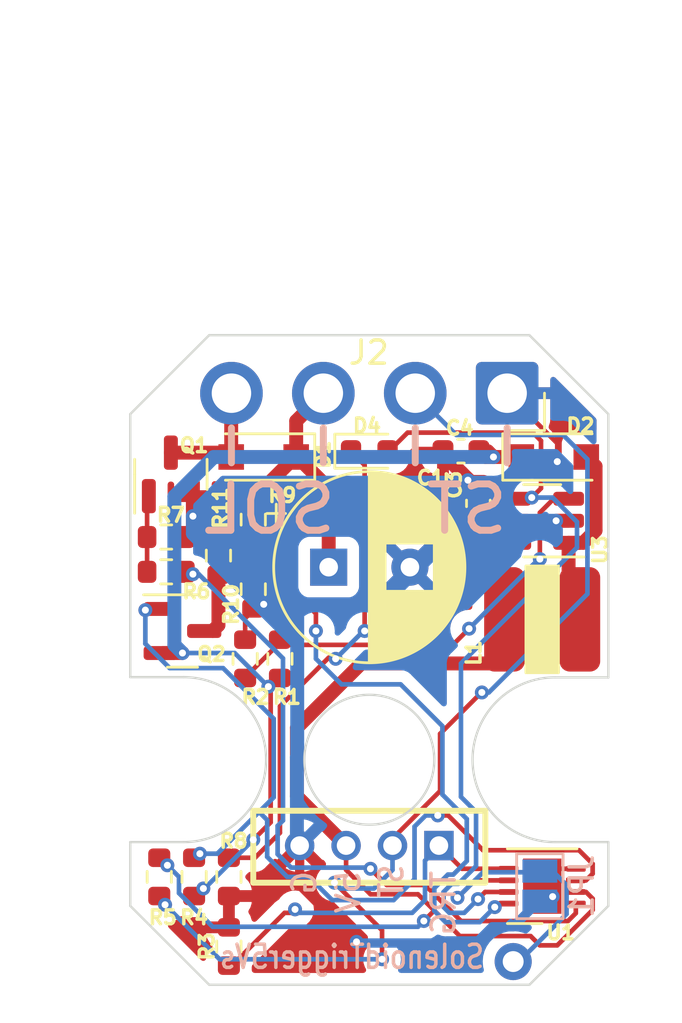
<source format=kicad_pcb>
(kicad_pcb (version 20211014) (generator pcbnew)
  (layers (0 "F.Cu" signal) (31 "B.Cu" signal) (34 "B.Paste" user) (35 "F.Paste" user) (36 "B.SilkS" user "B.Silkscreen") (37 "F.SilkS" user "F.Silkscreen") (38 "B.Mask" user) (39 "F.Mask" user) (44 "Edge.Cuts" user))
  (net 0 "")
  (net 1 "GND")
  (net 2 "+5V")
  (net 3 "Vdrive")
  (net 4 "/UDM")
  (net 5 "/UDP")
  (net 6 "Net-(D1-Pad2)")
  (net 7 "Net-(D2-Pad2)")
  (net 8 "Net-(D4-Pad1)")
  (net 9 "Net-(Q1-Pad1)")
  (net 10 "Net-(C1-Pad1)")
  (net 11 "/ST")
  (net 12 "Net-(R1-Pad1)")
  (net 13 "/CHG")
  (net 14 "/LOAD")
  (net 15 "/ADC")
  (net 16 "/PMC_EN")
  (net 17 "Net-(Q2-Pad3)")
  (footprint "Package_TO_SOT_SMD:SOT-23" (layer "F.Cu") (at 1.75 6 90)
    (fp_text reference "Q1" (at 1.25 1) (layer "F.SilkS") (effects (font (size 0.6 0.6))))
    (fp_text value "TR_NMOS_IRLML6344")
    (pad "1" smd roundrect locked (at -0.9375 -0.95 90) (size 1.475 0.6) (layers "F.Cu" "F.Paste" "F.Mask") (net 9 "Net-(Q1-Pad1)"))
    (pad "2" smd roundrect locked (at -0.9375 0.95 90) (size 1.475 0.6) (layers "F.Cu" "F.Paste" "F.Mask") (net 1 "GND"))
    (pad "3" smd roundrect locked (at 0.9375 0 90) (size 1.475 0.6) (layers "F.Cu" "F.Paste" "F.Mask") (net 6 "Net-(D1-Pad2)"))
  )
  (footprint "akita:CON_GROVE_H" (layer "F.Cu") (at 10.3 22 180)
    (fp_text reference "CN1" hide)
    (fp_text value "CON_GROVE" hide)
    (pad "1" thru_hole rect (at -3 0 180) (size 1.27 1.27) (drill 0.8) (layers *.Cu *.Mask) (net 4 "/UDM"))
    (pad "2" thru_hole circle (at -1 0 180) (size 1.27 1.27) (drill 0.8) (layers *.Cu *.Mask) (net 11 "/ST"))
    (pad "3" thru_hole circle (at 1 0 180) (size 1.27 1.27) (drill 0.8) (layers *.Cu *.Mask) (net 2 "+5V"))
    (pad "4" thru_hole circle (at 3 0 180) (size 1.27 1.27) (drill 0.8) (layers *.Cu *.Mask) (net 1 "GND"))
  )
  (footprint "Resistor_SMD:R_0603_1608Metric" (layer "F.Cu") (at 3.8 9.5 90)
    (fp_text reference "R11" (at 2.05 0.1 90) (layer "F.SilkS") (effects (font (size 0.6 0.6))))
    (fp_text value "TBD(470?)")
    (pad "1" smd roundrect locked (at -0.825 0 90) (size 0.8 0.95) (layers "F.Cu" "F.Paste" "F.Mask") (net 17 "Net-(Q2-Pad3)"))
    (pad "2" smd roundrect locked (at 0.825 0 90) (size 0.8 0.95) (layers "F.Cu" "F.Paste" "F.Mask") (net 10 "Net-(C1-Pad1)"))
  )
  (footprint "Resistor_SMD:R_0603_1608Metric" (layer "F.Cu") (at 4.25 23.35 90)
    (fp_text reference "R8" (at 1.55 0.2) (layer "F.SilkS") (effects (font (size 0.6 0.6))))
    (fp_text value "1k")
    (pad "1" smd roundrect (at -0.825 0 90) (size 0.8 0.95) (layers "F.Cu" "F.Paste" "F.Mask") (net 1 "GND"))
    (pad "2" smd roundrect (at 0.825 0 90) (size 0.8 0.95) (layers "F.Cu" "F.Paste" "F.Mask") (net 8 "Net-(D4-Pad1)"))
  )
  (footprint "Capacitor_THT:CP_Radial_D8.0mm_P3.50mm" (layer "F.Cu") (at 8.55 10)
    (fp_text reference "C1" (at 4.4 -3.85) (layer "F.SilkS") (effects (font (size 0.6 0.6))))
    (fp_text value "C_Polarized")
    (pad "1" thru_hole rect (at 0 0) (size 1.6 1.6) (drill 0.8) (layers *.Cu *.Mask) (net 10 "Net-(C1-Pad1)"))
    (pad "2" thru_hole circle (at 3.5 0) (size 1.6 1.6) (drill 0.8) (layers *.Cu *.Mask) (net 1 "GND"))
  )
  (footprint "Resistor_SMD:R_0603_1608Metric" (layer "F.Cu") (at 2.75 23.35 90)
    (fp_text reference "R4" (at -1.75 0 180) (layer "F.SilkS") (effects (font (size 0.6 0.6))))
    (fp_text value "100k")
    (pad "1" smd roundrect locked (at -0.825 0 90) (size 0.8 0.95) (layers "F.Cu" "F.Paste" "F.Mask") (net 3 "Vdrive"))
    (pad "2" smd roundrect locked (at 0.825 0 90) (size 0.8 0.95) (layers "F.Cu" "F.Paste" "F.Mask") (net 13 "/CHG"))
  )
  (footprint "LED_SMD:LED_0603_1608Metric" (layer "F.Cu") (at 10.3 5)
    (fp_text reference "D4" (at -0.1 -1.1 180) (layer "F.SilkS") (effects (font (size 0.6 0.6))))
    (fp_text value "LED")
    (pad "1" smd roundrect locked (at -0.7875 0) (size 0.875 0.95) (layers "F.Cu" "F.Paste" "F.Mask") (net 8 "Net-(D4-Pad1)"))
    (pad "2" smd roundrect locked (at 0.7875 0) (size 0.875 0.95) (layers "F.Cu" "F.Paste" "F.Mask") (net 16 "/PMC_EN"))
  )
  (footprint "Diode_SMD:D_SOD-123F" (layer "F.Cu") (at 18.25 5.25)
    (fp_text reference "D2" (at 1.15 -1.35 180) (layer "F.SilkS") (effects (font (size 0.6 0.6))))
    (fp_text value "D")
    (pad "1" smd rect locked (at -1.4 0) (size 1.1 1.1) (layers "F.Cu" "F.Paste" "F.Mask") (net 3 "Vdrive"))
    (pad "2" smd rect locked (at 1.4 0) (size 1.1 1.1) (layers "F.Cu" "F.Paste" "F.Mask") (net 7 "Net-(D2-Pad2)"))
  )
  (footprint "Resistor_SMD:R_0603_1608Metric" (layer "F.Cu") (at 6.45 13.95 -90)
    (fp_text reference "R1" (at 1.65 -0.3 180) (layer "F.SilkS") (effects (font (size 0.6 0.6))))
    (fp_text value "39k")
    (pad "1" smd roundrect locked (at -0.825 0 270) (size 0.8 0.95) (layers "F.Cu" "F.Paste" "F.Mask") (net 12 "Net-(R1-Pad1)"))
    (pad "2" smd roundrect locked (at 0.825 0 270) (size 0.8 0.95) (layers "F.Cu" "F.Paste" "F.Mask") (net 3 "Vdrive"))
  )
  (footprint "Connector_JST:JST_VH_B4PS-VH_1x04_P3.96mm_Horizontal" (layer "F.Cu") (at 16.24 2.5 180)
    (fp_text reference "J2" (at 5.96 1.75 180) (layer "F.SilkS"))
    (fp_text value "Conn_01x04")
    (pad "1" thru_hole roundrect (at 0 0 180) (size 2.7 2.7) (drill 1.7) (layers *.Cu *.Mask) (roundrect_rratio 0.092593) (net 1 "GND"))
    (pad "2" thru_hole circle (at 3.96 0 180) (size 2.7 2.7) (drill 1.7) (layers *.Cu *.Mask) (net 11 "/ST"))
    (pad "3" thru_hole circle (at 7.92 0 180) (size 2.7 2.7) (drill 1.7) (layers *.Cu *.Mask) (net 10 "Net-(C1-Pad1)"))
    (pad "4" thru_hole circle (at 11.88 0 180) (size 2.7 2.7) (drill 1.7) (layers *.Cu *.Mask) (net 6 "Net-(D1-Pad2)"))
  )
  (footprint "Resistor_SMD:R_0603_1608Metric" (layer "F.Cu") (at 1.25 23.35 -90)
    (fp_text reference "R5" (at 1.75 -0.15) (layer "F.SilkS") (effects (font (size 0.6 0.6))))
    (fp_text value "1k")
    (pad "1" smd roundrect locked (at -0.825 0 270) (size 0.8 0.95) (layers "F.Cu" "F.Paste" "F.Mask") (net 2 "+5V"))
    (pad "2" smd roundrect locked (at 0.825 0 270) (size 0.8 0.95) (layers "F.Cu" "F.Paste" "F.Mask") (net 11 "/ST"))
  )
  (footprint "Resistor_SMD:R_0603_1608Metric" (layer "F.Cu") (at 5.3 10.95 90)
    (fp_text reference "R10" (at -0.65 -0.95 270) (layer "F.SilkS") (effects (font (size 0.6 0.6))))
    (fp_text value "100k")
    (pad "1" smd roundrect locked (at -0.825 0 90) (size 0.8 0.95) (layers "F.Cu" "F.Paste" "F.Mask") (net 1 "GND"))
    (pad "2" smd roundrect locked (at 0.825 0 90) (size 0.8 0.95) (layers "F.Cu" "F.Paste" "F.Mask") (net 15 "/ADC"))
  )
  (footprint "Resistor_SMD:R_0603_1608Metric" (layer "F.Cu") (at 5.3 7.95 90)
    (fp_text reference "R9" (at 1.05 1.25 180) (layer "F.SilkS") (effects (font (size 0.6 0.6))))
    (fp_text value "300k")
    (pad "1" smd roundrect locked (at -0.825 0 90) (size 0.8 0.95) (layers "F.Cu" "F.Paste" "F.Mask") (net 15 "/ADC"))
    (pad "2" smd roundrect locked (at 0.825 0 90) (size 0.8 0.95) (layers "F.Cu" "F.Paste" "F.Mask") (net 10 "Net-(C1-Pad1)"))
  )
  (footprint "Resistor_SMD:R_0603_1608Metric" (layer "F.Cu") (at 4.25 26.35 90)
    (fp_text reference "R3" (at 0 -0.95 270) (layer "F.SilkS") (effects (font (size 0.6 0.6))))
    (fp_text value "10k")
    (pad "1" smd roundrect locked (at -0.825 0 90) (size 0.8 0.95) (layers "F.Cu" "F.Paste" "F.Mask") (net 4 "/UDM"))
    (pad "2" smd roundrect locked (at 0.825 0 90) (size 0.8 0.95) (layers "F.Cu" "F.Paste" "F.Mask") (net 1 "GND"))
  )
  (footprint "Package_DFN_QFN:DFN-8-1EP_3x3mm_P0.5mm_EP1.65x2.38mm" (layer "F.Cu") (at 17.75 23.75 180)
    (fp_text reference "U1" (at -0.8 -2 180) (layer "F.SilkS") (effects (font (size 0.6 0.6))))
    (fp_text value "MCU_STC8G-8P")
    (pad "1" smd roundrect locked (at -1.45 -0.75 180) (size 0.85 0.25) (layers "F.Cu" "F.Paste" "F.Mask") (net 14 "/LOAD"))
    (pad "2" smd roundrect locked (at -1.45 -0.25 180) (size 0.85 0.25) (layers "F.Cu" "F.Paste" "F.Mask") (net 2 "+5V"))
    (pad "3" smd roundrect locked (at -1.45 0.25 180) (size 0.85 0.25) (layers "F.Cu" "F.Paste" "F.Mask") (net 13 "/CHG"))
    (pad "4" smd roundrect locked (at -1.45 0.75 180) (size 0.85 0.25) (layers "F.Cu" "F.Paste" "F.Mask") (net 1 "GND"))
    (pad "5" smd roundrect locked (at 1.45 0.75 180) (size 0.85 0.25) (layers "F.Cu" "F.Paste" "F.Mask") (net 4 "/UDM"))
    (pad "6" smd roundrect locked (at 1.45 0.25 180) (size 0.85 0.25) (layers "F.Cu" "F.Paste" "F.Mask") (net 5 "/UDP"))
    (pad "7" smd roundrect locked (at 1.45 -0.25 180) (size 0.85 0.25) (layers "F.Cu" "F.Paste" "F.Mask") (net 16 "/PMC_EN"))
    (pad "8" smd roundrect locked (at 1.45 -0.75 180) (size 0.85 0.25) (layers "F.Cu" "F.Paste" "F.Mask") (net 15 "/ADC"))
    (pad "9" smd rect locked (at 0 0 180) (size 1.65 2.38) (layers "F.Cu" "F.Mask") (net 1 "GND"))
  )
  (footprint "Capacitor_SMD:C_0603_1608Metric" (layer "F.Cu") (at 15 7.25 90)
    (fp_text reference "C3" (at 0.8 -1.05 90) (layer "F.SilkS") (effects (font (size 0.6 0.6))))
    (fp_text value "10u")
    (pad "1" smd roundrect locked (at -0.775 0 90) (size 0.9 0.95) (layers "F.Cu" "F.Paste" "F.Mask") (net 2 "+5V"))
    (pad "2" smd roundrect locked (at 0.775 0 90) (size 0.9 0.95) (layers "F.Cu" "F.Paste" "F.Mask") (net 1 "GND"))
  )
  (footprint "Capacitor_SMD:C_0603_1608Metric" (layer "F.Cu") (at 14.25 5 180)
    (fp_text reference "C4" (at 0.05 1) (layer "F.SilkS") (effects (font (size 0.6 0.6))))
    (fp_text value "4.7u")
    (pad "1" smd roundrect locked (at -0.775 0 180) (size 0.9 0.95) (layers "F.Cu" "F.Paste" "F.Mask") (net 3 "Vdrive"))
    (pad "2" smd roundrect locked (at 0.775 0 180) (size 0.9 0.95) (layers "F.Cu" "F.Paste" "F.Mask") (net 1 "GND"))
  )
  (footprint "akita:1p_TH" (layer "F.Cu") (at 16.5 27)
    (fp_text reference "J1" hide)
    (fp_text value "Conn_01x01" hide)
    (pad "1" thru_hole circle (at 0 0) (size 1.6 1.6) (drill 0.9) (layers *.Cu *.Mask) (net 5 "/UDP"))
  )
  (footprint "akita:L_CD43" (layer "F.Cu") (at 17.75 12.25 -90)
    (fp_text reference "L1" (at 1.45 2.95 90 unlocked) (layer "F.SilkS") (effects (font (size 0.6 0.6))))
    (fp_text value "10u")
    (pad "1" smd roundrect (at 0 1.625 270) (size 4.5 1.75) (layers "F.Cu" "F.Paste" "F.Mask") (net 2 "+5V"))
    (pad "2" smd roundrect (at 0 -1.625 270) (size 4.5 1.75) (layers "F.Cu" "F.Paste" "F.Mask") (net 7 "Net-(D2-Pad2)"))
  )
  (footprint "Resistor_SMD:R_0603_1608Metric" (layer "F.Cu") (at 1.55 8.7 180)
    (fp_text reference "R7" (at -0.2 0.95) (layer "F.SilkS") (effects (font (size 0.6 0.6))))
    (fp_text value "10k")
    (pad "1" smd roundrect (at -0.825 0 180) (size 0.8 0.95) (layers "F.Cu" "F.Paste" "F.Mask") (net 1 "GND"))
    (pad "2" smd roundrect (at 0.825 0 180) (size 0.8 0.95) (layers "F.Cu" "F.Paste" "F.Mask") (net 9 "Net-(Q1-Pad1)"))
  )
  (footprint "Package_TO_SOT_SMD:SOT-23-6" (layer "F.Cu") (at 17.75 8 180)
    (fp_text reference "U3" (at -2.5 -1.25 90) (layer "F.SilkS") (effects (font (size 0.6 0.6))))
    (fp_text value "AP2005")
    (pad "1" smd roundrect locked (at -1.1375 -0.95 180) (size 1.325 0.6) (layers "F.Cu" "F.Paste" "F.Mask") (net 7 "Net-(D2-Pad2)"))
    (pad "2" smd roundrect locked (at -1.1375 0 180) (size 1.325 0.6) (layers "F.Cu" "F.Paste" "F.Mask") (net 1 "GND"))
    (pad "3" smd roundrect locked (at -1.1375 0.95 180) (size 1.325 0.6) (layers "F.Cu" "F.Paste" "F.Mask") (net 12 "Net-(R1-Pad1)"))
    (pad "4" smd roundrect locked (at 1.1375 0.95 180) (size 1.325 0.6) (layers "F.Cu" "F.Paste" "F.Mask") (net 16 "/PMC_EN"))
    (pad "5" smd roundrect locked (at 1.1375 0 180) (size 1.325 0.6) (layers "F.Cu" "F.Paste" "F.Mask") (net 2 "+5V"))
    (pad "6" smd roundrect locked (at 1.1375 -0.95 180) (size 1.325 0.6) (layers "F.Cu" "F.Paste" "F.Mask"))
  )
  (footprint "Resistor_SMD:R_0603_1608Metric" (layer "F.Cu") (at 4.95 13.95 -90)
    (fp_text reference "R2" (at 1.65 -0.45) (layer "F.SilkS") (effects (font (size 0.6 0.6))))
    (fp_text value "10k")
    (pad "1" smd roundrect locked (at -0.825 0 270) (size 0.8 0.95) (layers "F.Cu" "F.Paste" "F.Mask") (net 1 "GND"))
    (pad "2" smd roundrect locked (at 0.825 0 270) (size 0.8 0.95) (layers "F.Cu" "F.Paste" "F.Mask") (net 12 "Net-(R1-Pad1)"))
  )
  (footprint "Diode_SMD:D_SOD-123F" (layer "F.Cu") (at 5.75 5.25 180)
    (fp_text reference "D1" (at -2.55 0.1 90) (layer "F.SilkS") (effects (font (size 0.6 0.6))))
    (fp_text value "D")
    (pad "1" smd rect locked (at -1.4 0 180) (size 1.1 1.1) (layers "F.Cu" "F.Paste" "F.Mask") (net 10 "Net-(C1-Pad1)"))
    (pad "2" smd rect locked (at 1.4 0 180) (size 1.1 1.1) (layers "F.Cu" "F.Paste" "F.Mask") (net 6 "Net-(D1-Pad2)"))
  )
  (footprint "Package_TO_SOT_SMD:SOT-23" (layer "F.Cu") (at 2.25 12.75)
    (fp_text reference "Q2" (at 1.25 1) (layer "F.SilkS") (effects (font (size 0.6 0.6))))
    (fp_text value "TR_PMOS_IRLML6402")
    (pad "1" smd roundrect (at -0.9375 -0.95) (size 1.475 0.6) (layers "F.Cu" "F.Paste" "F.Mask") (net 13 "/CHG"))
    (pad "2" smd roundrect (at -0.9375 0.95) (size 1.475 0.6) (layers "F.Cu" "F.Paste" "F.Mask") (net 3 "Vdrive"))
    (pad "3" smd roundrect (at 0.9375 0) (size 1.475 0.6) (layers "F.Cu" "F.Paste" "F.Mask") (net 17 "Net-(Q2-Pad3)"))
  )
  (footprint "Resistor_SMD:R_0603_1608Metric" (layer "F.Cu") (at 1.55 10.2 180)
    (fp_text reference "R6" (at -1.3 -0.85) (layer "F.SilkS") (effects (font (size 0.6 0.6))))
    (fp_text value "1k")
    (pad "1" smd roundrect locked (at -0.825 0 180) (size 0.8 0.95) (layers "F.Cu" "F.Paste" "F.Mask") (net 14 "/LOAD"))
    (pad "2" smd roundrect locked (at 0.825 0 180) (size 0.8 0.95) (layers "F.Cu" "F.Paste" "F.Mask") (net 9 "Net-(Q1-Pad1)"))
  )
  (footprint "Jumper:SolderJumper-2_P1.3mm_Open_Pad1.0x1.5mm" (layer "B.Cu") (at 17.65 23.75 90)
    (fp_text reference "JP1" (at 0 1.8 90) (layer "B.SilkS") (effects (justify mirror)))
    (fp_text value "Jumper_2_Open")
    (pad "1" smd rect locked (at -0.65 0 90) (size 1 1.5) (layers "B.Cu" "B.Mask") (net 1 "GND"))
    (pad "2" smd rect locked (at 0.65 0 90) (size 1 1.5) (layers "B.Cu" "B.Mask") (net 5 "/UDP"))
  )
  (gr_line (start 12.28 4) (end 12.28 5.5) (layer "B.SilkS") (width 0.3))
  (gr_line (start 16.24 4) (end 16.24 5.5) (layer "B.SilkS") (width 0.3))
  (gr_line (start 8.32 4) (end 8.32 5.5) (layer "B.SilkS") (width 0.3))
  (gr_line (start 4.36 4) (end 4.36 5.5) (layer "B.SilkS") (width 0.3))
  (gr_line (start 0 24.6) (end 0 21.85) (layer "Edge.Cuts") (width 0.1))
  (gr_line (start 0 14.74) (end 2.3 14.74) (layer "Edge.Cuts") (width 0.1))
  (gr_circle (center 10.3 18.3) (end 13.1 18.3) (layer "Edge.Cuts") (width 0.1) (fill none))
  (gr_line (start 20.6 21.85) (end 20.6 24.6) (layer "Edge.Cuts") (width 0.1))
  (gr_line (start 3.4 0) (end 17.2 0) (layer "Edge.Cuts") (width 0.1))
  (gr_line (start 0 3.4) (end 3.4 0) (layer "Edge.Cuts") (width 0.1))
  (gr_line (start 0 14.74) (end 0 3.4) (layer "Edge.Cuts") (width 0.1))
  (gr_line (start 0 24.6) (end 3.4 28) (layer "Edge.Cuts") (width 0.1))
  (gr_line (start 3.4 28) (end 17.2 28) (layer "Edge.Cuts") (width 0.1))
  (gr_line (start 20.6 3.4) (end 17.2 0) (layer "Edge.Cuts") (width 0.1))
  (gr_arc (start 2.3 14.74) (mid 5.855 18.295) (end 2.3 21.85) (layer "Edge.Cuts") (width 0.1))
  (gr_line (start 18.3 21.85) (end 20.6 21.85) (layer "Edge.Cuts") (width 0.1))
  (gr_line (start 18.3 14.75) (end 20.6 14.75) (layer "Edge.Cuts") (width 0.1))
  (gr_line (start 20.6 14.76) (end 20.6 3.4) (layer "Edge.Cuts") (width 0.1))
  (gr_line (start 17.2 28) (end 20.6 24.6) (layer "Edge.Cuts") (width 0.1))
  (gr_arc (start 18.3 21.85) (mid 14.75 18.3) (end 18.3 14.75) (layer "Edge.Cuts") (width 0.1))
  (gr_line (start 0 21.85) (end 2.3 21.85) (layer "Edge.Cuts") (width 0.1))
  (gr_text "5V" (at 9.4 23 90) (layer "B.SilkS") (effects (font (size 1 1)) (justify left mirror)))
  (gr_text "G" (at 7.5 23 90) (layer "B.SilkS") (effects (font (size 1 1)) (justify left mirror)))
  (gr_text "ST" (at 14.5 7.5) (layer "B.SilkS") (effects (font (size 2 2) (thickness 0.3)) (justify mirror)))
  (gr_text "ST" (at 11.25 22.75 90) (layer "B.SilkS") (effects (font (size 1 0.8)) (justify left mirror)))
  (gr_text "SolenoidTrigger5Vs\n\n" (at 9.55 27.6) (layer "B.SilkS") (effects (font (size 1 0.8)) (justify mirror)))
  (gr_text "SOL" (at 6 7.5) (layer "B.SilkS") (effects (font (size 2 2) (thickness 0.3)) (justify mirror)))
  (gr_text "TRG" (at 13.5 23 90) (layer "B.SilkS") (effects (font (size 1 1)) (justify left mirror)))
  (segment (start 13.475 5.125) (end 14.275 5.925) (width 0.6) (layer "F.Cu") (net 1))
  (segment (start 18.8875 8) (end 18.35 8) (width 0.6) (layer "F.Cu") (net 1))
  (segment (start 14.275 5.925) (end 14.95 6.6) (width 0.6) (layer "F.Cu") (net 1))
  (segment (start 18.4 4.66) (end 18.4 5.45) (width 0.2) (layer "F.Cu") (net 1))
  (segment (start 4.95 13.1) (end 4.95 12.2) (width 0.2) (layer "F.Cu") (net 1))
  (segment (start 9.75 26.15) (end 7.3 23.7) (width 0.4) (layer "F.Cu") (net 1))
  (segment (start 2.7 6.9375) (end 2.7 8.45) (width 0.6) (layer "F.Cu") (net 1))
  (segment (start 7.3 23.7) (end 7.3 22) (width 0.4) (layer "F.Cu") (net 1))
  (segment (start 14.55 6.2) (end 14.55 6.25) (width 0.6) (layer "F.Cu") (net 1))
  (segment (start 19.2 23) (end 18 23) (width 0.2) (layer "F.Cu") (net 1))
  (segment (start 13.475 5) (end 13.475 5.125) (width 0.6) (layer "F.Cu") (net 1))
  (segment (start 5.55 11.6) (end 5.4 11.75) (width 0.2) (layer "F.Cu") (net 1))
  (segment (start 4.25 24.175) (end 4.25 25.55) (width 0.2) (layer "F.Cu") (net 1))
  (segment (start 16.24 2.5) (end 18.4 4.66) (width 0.2) (layer "F.Cu") (net 1))
  (segment (start 5.225 24.175) (end 7.35 22.05) (width 0.2) (layer "F.Cu") (net 1))
  (segment (start 14.275 5.925) (end 14.55 6.2) (width 0.6) (layer "F.Cu") (net 1))
  (segment (start 5.75 11.6) (end 5.55 11.6) (width 0.2) (layer "F.Cu") (net 1))
  (segment (start 4.95 12.2) (end 5.35 11.8) (width 0.2) (layer "F.Cu") (net 1))
  (segment (start 4.25 24.175) (end 5.225 24.175) (width 0.2) (layer "F.Cu") (net 1))
  (segment (start 18 23) (end 17.65 23.35) (width 0.2) (layer "F.Cu") (net 1))
  (via (at 18.4 5.45) (size 0.6) (drill 0.3) (layers "F.Cu" "B.Cu") (net 1))
  (via (at 9.75 26.15) (size 0.6) (drill 0.3) (layers "F.Cu" "B.Cu") (net 1))
  (via (at 18.35 8) (size 0.6) (drill 0.3) (layers "F.Cu" "B.Cu") (net 1))
  (via (at 2.7 7.8) (size 0.6) (drill 0.3) (layers "F.Cu" "B.Cu") (net 1))
  (via (at 5.75 11.6) (size 0.6) (drill 0.3) (layers "F.Cu" "B.Cu") (net 1))
  (via (at 18.2 24.2) (size 0.6) (drill 0.3) (layers "F.Cu" "B.Cu") (net 1))
  (via (at 14.55 6.25) (size 0.6) (drill 0.3) (layers "F.Cu" "B.Cu") (net 1))
  (segment (start 14.9 26.2) (end 15.6 25.5) (width 0.4) (layer "B.Cu") (net 1))
  (segment (start 7.3 22) (end 7.180966 21.880966) (width 0.6) (layer "B.Cu") (net 1))
  (segment (start 16.5 25.5) (end 17.65 24.35) (width 0.4) (layer "B.Cu") (net 1))
  (segment (start 7.194912 11.644912) (end 7.15 11.6) (width 0.6) (layer "B.Cu") (net 1))
  (segment (start 18 24.4) (end 18.2 24.2) (width 0.4) (layer "B.Cu") (net 1))
  (segment (start 17.65 24.4) (end 18 24.4) (width 0.4) (layer "B.Cu") (net 1))
  (segment (start 7.194912 18.174649) (end 7.194912 11.644912) (width 0.6) (layer "B.Cu") (net 1))
  (segment (start 14.65 6.35) (end 14.55 6.25) (width 0.2) (layer "B.Cu") (net 1))
  (segment (start 9.75 26.15) (end 9.8 26.2) (width 0.4) (layer "B.Cu") (net 1))
  (segment (start 2.7 8.55) (end 5.75 11.6) (width 0.6) (layer "B.Cu") (net 1))
  (segment (start 15.8 6.35) (end 14.65 6.35) (width 0.2) (layer "B.Cu") (net 1))
  (segment (start 18.35 8) (end 14.4 8) (width 0.6) (layer "B.Cu") (net 1))
  (segment (start 2.7 7.8) (end 2.7 8.55) (width 0.6) (layer "B.Cu") (net 1))
  (segment (start 5.75 11.6) (end 10.8 11.6) (width 0.6) (layer "B.Cu") (net 1))
  (segment (start 7.180966 21.880966) (end 7.180966 18.190354) (width 0.6) (layer "B.Cu") (net 1))
  (segment (start 14.55 6.25) (end 14.4 6.4) (width 0.6) (layer "B.Cu") (net 1))
  (segment (start 9.8 26.2) (end 14.9 26.2) (width 0.4) (layer "B.Cu") (net 1))
  (segment (start 15.6 25.5) (end 16.5 25.5) (width 0.4) (layer "B.Cu") (net 1))
  (segment (start 10.8 11.6) (end 14.4 8) (width 0.6) (layer "B.Cu") (net 1))
  (segment (start 16.7 5.45) (end 15.8 6.35) (width 0.2) (layer "B.Cu") (net 1))
  (segment (start 18.4 5.45) (end 16.7 5.45) (width 0.2) (layer "B.Cu") (net 1))
  (segment (start 14.4 6.4) (end 14.4 8) (width 0.6) (layer "B.Cu") (net 1))
  (segment (start 7.180966 18.190354) (end 7.194912 18.174649) (width 0.6) (layer "B.Cu") (net 1))
  (segment (start 15 8.025) (end 15 9.9) (width 0.6) (layer "F.Cu") (net 2))
  (segment (start 19.2 24) (end 19.636973 24) (width 0.2) (layer "F.Cu") (net 2))
  (segment (start 1.275 22.525) (end 1.6 22.85) (width 0.2) (layer "F.Cu") (net 2))
  (segment (start 9.95 14.15) (end 15.95 14.15) (width 0.6) (layer "F.Cu") (net 2))
  (segment (start 19.636973 24) (end 19.92452 24.287547) (width 0.2) (layer "F.Cu") (net 2))
  (segment (start 14.2 25.9) (end 12.39952 24.09952) (width 0.2) (layer "F.Cu") (net 2))
  (segment (start 1.25 22.525) (end 1.275 22.525) (width 0.2) (layer "F.Cu") (net 2))
  (segment (start 7.180966 19.880966) (end 7.180966 16.919034) (width 0.6) (layer "F.Cu") (net 2))
  (segment (start 17.25 25.9) (end 14.2 25.9) (width 0.2) (layer "F.Cu") (net 2))
  (segment (start 16.6125 8) (end 15.05 8) (width 0.6) (layer "F.Cu") (net 2))
  (segment (start 12.39952 24.09952) (end 10.351682 24.09952) (width 0.2) (layer "F.Cu") (net 2))
  (segment (start 9.3 22) (end 7.180966 19.880966) (width 0.6) (layer "F.Cu") (net 2))
  (segment (start 7.180966 16.919034) (end 9.95 14.15) (width 0.6) (layer "F.Cu") (net 2))
  (segment (start 9.3 23.047838) (end 9.3 21.85) (width 0.2) (layer "F.Cu") (net 2))
  (segment (start 17.65 26.3) (end 17.25 25.9) (width 0.2) (layer "F.Cu") (net 2))
  (segment (start 15 9.9) (end 15.8 10.7) (width 0.6) (layer "F.Cu") (net 2))
  (segment (start 15.05 8) (end 15 8.05) (width 0.6) (layer "F.Cu") (net 2))
  (segment (start 19.92452 24.287547) (end 19.92452 24.77548) (width 0.2) (layer "F.Cu") (net 2))
  (segment (start 12.65 25.25) (end 13 24.9) (width 0.2) (layer "F.Cu") (net 2))
  (segment (start 19.92452 24.77548) (end 18.4 26.3) (width 0.2) (layer "F.Cu") (net 2))
  (segment (start 10.351682 24.09952) (end 9.3 23.047838) (width 0.2) (layer "F.Cu") (net 2))
  (segment (start 18.4 26.3) (end 17.65 26.3) (width 0.2) (layer "F.Cu") (net 2))
  (via (at 12.65 25.25) (size 0.6) (drill 0.3) (layers "F.Cu" "B.Cu") (net 2))
  (via (at 1.6 22.85) (size 0.6) (drill 0.3) (layers "F.Cu" "B.Cu") (net 2))
  (segment (start 12.4 25.5) (end 12.65 25.25) (width 0.2) (layer "B.Cu") (net 2))
  (segment (start 1.6 22.85) (end 2.099511 23.349511) (width 0.2) (layer "B.Cu") (net 2))
  (segment (start 9.55048 22.20048) (end 9.35 22) (width 0.2) (layer "B.Cu") (net 2))
  (segment (start 2.099511 23.349511) (end 2.099511 24.049511) (width 0.2) (layer "B.Cu") (net 2))
  (segment (start 2.099511 24.049511) (end 3.55 25.5) (width 0.2) (layer "B.Cu") (net 2))
  (segment (start 8.4 25.5) (end 12.4 25.5) (width 0.2) (layer "B.Cu") (net 2))
  (segment (start 3.55 25.5) (end 8.4 25.5) (width 0.2) (layer "B.Cu") (net 2))
  (segment (start 2.75 24.175) (end 2.825 24.175) (width 0.2) (layer "F.Cu") (net 3))
  (segment (start 6.05 21) (end 5.3 21.75) (width 0.2) (layer "F.Cu") (net 3))
  (segment (start 6.05 15.25) (end 6.05 21) (width 0.2) (layer "F.Cu") (net 3))
  (segment (start 16.85 5.25) (end 15.65 5.25) (width 0.6) (layer "F.Cu") (net 3))
  (segment (start 15.65 5.25) (end 15.3 5.25) (width 0.6) (layer "F.Cu") (net 3))
  (segment (start 2.825 24.175) (end 3.15 23.85) (width 0.2) (layer "F.Cu") (net 3))
  (segment (start 15.3 5.25) (end 15.1 5.05) (width 0.6) (layer "F.Cu") (net 3))
  (segment (start 15.4 5) (end 15.65 5.25) (width 0.6) (layer "F.Cu") (net 3))
  (segment (start 15.025 5) (end 15.4 5) (width 0.6) (layer "F.Cu") (net 3))
  (segment (start 2.25 13.7) (end 1.4 13.7) (width 0.6) (layer "F.Cu") (net 3))
  (segment (start 5.95 15.15) (end 6.05 15.25) (width 0.2) (layer "F.Cu") (net 3))
  (segment (start 5.95 15.15) (end 6.05 15.15) (width 0.2) (layer "F.Cu") (net 3))
  (segment (start 6.05 15.15) (end 6.4 14.8) (width 0.2) (layer "F.Cu") (net 3))
  (via (at 15.65 5.25) (size 0.6) (drill 0.3) (layers "F.Cu" "B.Cu") (net 3))
  (via (at 2.25 13.7) (size 0.6) (drill 0.3) (layers "F.Cu" "B.Cu") (net 3))
  (via (at 5.3 21.75) (size 0.6) (drill 0.3) (layers "F.Cu" "B.Cu") (net 3))
  (via (at 3.15 23.85) (size 0.6) (drill 0.3) (layers "F.Cu" "B.Cu") (net 3))
  (via (at 5.95 15.15) (size 0.6) (drill 0.3) (layers "F.Cu" "B.Cu") (net 3))
  (segment (start 4.5 13.7) (end 2.25 13.7) (width 0.2) (layer "B.Cu") (net 3))
  (segment (start 3.6 5.25) (end 1.900489 6.949511) (width 0.6) (layer "B.Cu") (net 3))
  (segment (start 5.95 15.15) (end 4.5 13.7) (width 0.2) (layer "B.Cu") (net 3))
  (segment (start 1.900489 13.350489) (end 2.25 13.7) (width 0.6) (layer "B.Cu") (net 3))
  (segment (start 3.2 23.85) (end 3.15 23.85) (width 0.2) (layer "B.Cu") (net 3))
  (segment (start 1.900489 6.949511) (end 1.900489 13.350489) (width 0.6) (layer "B.Cu") (net 3))
  (segment (start 15.65 5.25) (end 3.6 5.25) (width 0.6) (layer "B.Cu") (net 3))
  (segment (start 5.3 21.75) (end 3.2 23.85) (width 0.2) (layer "B.Cu") (net 3))
  (segment (start 7.1 24.75) (end 6.95 24.9) (width 0.2) (layer "F.Cu") (net 4))
  (segment (start 14.3 23) (end 13.35 22.05) (width 0.2) (layer "F.Cu") (net 4))
  (segment (start 16.3 23) (end 14.3 23) (width 0.2) (layer "F.Cu") (net 4))
  (segment (start 6.95 24.9) (end 6.65 24.9) (width 0.2) (layer "F.Cu") (net 4))
  (segment (start 6.65 24.9) (end 4.4 27.15) (width 0.2) (layer "F.Cu") (net 4))
  (via (at 7.1 24.75) (size 0.6) (drill 0.3) (layers "F.Cu" "B.Cu") (net 4))
  (segment (start 7.250011 24.900011) (end 12.149989 24.900011) (width 0.2) (layer "B.Cu") (net 4))
  (segment (start 12.70048 22.64952) (end 13.3 22.05) (width 0.2) (layer "B.Cu") (net 4))
  (segment (start 12.149989 24.900011) (end 12.70048 24.34952) (width 0.2) (layer "B.Cu") (net 4))
  (segment (start 13.3 22.05) (end 13.3 22) (width 0.2) (layer "B.Cu") (net 4))
  (segment (start 12.70048 24.34952) (end 12.70048 22.64952) (width 0.2) (layer "B.Cu") (net 4))
  (segment (start 7.1 24.75) (end 7.250011 24.900011) (width 0.2) (layer "B.Cu") (net 4))
  (segment (start 14.1 24.25) (end 14.85 23.5) (width 0.2) (layer "F.Cu") (net 5))
  (segment (start 14.85 23.5) (end 16.3 23.5) (width 0.2) (layer "F.Cu") (net 5))
  (via (at 14.1 24.25) (size 0.6) (drill 0.3) (layers "F.Cu" "B.Cu") (net 5))
  (segment (start 16.5 27) (end 16.75 27) (width 0.2) (layer "B.Cu") (net 5))
  (segment (start 18.249022 23.15) (end 17.5 23.15) (width 0.2) (layer "B.Cu") (net 5))
  (segment (start 18.799511 23.700489) (end 18.249022 23.15) (width 0.2) (layer "B.Cu") (net 5))
  (segment (start 14.1 24.25) (end 15.2 23.15) (width 0.2) (layer "B.Cu") (net 5))
  (segment (start 18.799511 24.950489) (end 18.799511 23.700489) (width 0.2) (layer "B.Cu") (net 5))
  (segment (start 15.2 23.15) (end 17.55 23.15) (width 0.2) (layer "B.Cu") (net 5))
  (segment (start 16.75 27) (end 18.799511 24.950489) (width 0.2) (layer "B.Cu") (net 5))
  (segment (start 4.1125 5.0625) (end 4.25 5.2) (width 0.6) (layer "F.Cu") (net 6))
  (segment (start 4.35 5.25) (end 4.35 2.65) (width 0.6) (layer "F.Cu") (net 6))
  (segment (start 1.75 5.0625) (end 4.1125 5.0625) (width 0.6) (layer "F.Cu") (net 6))
  (segment (start 4.35 2.65) (end 4.4 2.6) (width 0.6) (layer "F.Cu") (net 6))
  (segment (start 19.518559 8.95) (end 20.05 8.418559) (width 0.6) (layer "F.Cu") (net 7))
  (segment (start 18.8875 8.95) (end 19.518559 8.95) (width 0.6) (layer "F.Cu") (net 7))
  (segment (start 18.8875 8.95) (end 18.8875 10.2875) (width 0.6) (layer "F.Cu") (net 7))
  (segment (start 20.05 8.418559) (end 20.05 5.65) (width 0.6) (layer "F.Cu") (net 7))
  (segment (start 20.05 5.65) (end 19.65 5.25) (width 0.6) (layer "F.Cu") (net 7))
  (segment (start 18.8875 10.2875) (end 19.45 10.85) (width 0.6) (layer "F.Cu") (net 7))
  (segment (start 8.55 13.9) (end 8.800989 13.9) (width 0.2) (layer "F.Cu") (net 8))
  (segment (start 8.800989 13.9) (end 8.85 13.949011) (width 0.2) (layer "F.Cu") (net 8))
  (segment (start 4.25 22.525) (end 5.375 22.525) (width 0.2) (layer "F.Cu") (net 8))
  (segment (start 6.45 21.45) (end 6.45 16) (width 0.2) (layer "F.Cu") (net 8))
  (segment (start 5.375 22.525) (end 6.45 21.45) (width 0.2) (layer "F.Cu") (net 8))
  (segment (start 10.1 5.6) (end 9.55 5.05) (width 0.2) (layer "F.Cu") (net 8))
  (segment (start 10.1 12.75) (end 10.1 5.6) (width 0.2) (layer "F.Cu") (net 8))
  (segment (start 6.45 16) (end 8.55 13.9) (width 0.2) (layer "F.Cu") (net 8))
  (via (at 8.85 13.949011) (size 0.6) (drill 0.3) (layers "F.Cu" "B.Cu") (net 8))
  (via (at 10.1 12.75) (size 0.6) (drill 0.3) (layers "F.Cu" "B.Cu") (net 8))
  (segment (start 8.85 13.949011) (end 10.099011 12.7) (width 0.2) (layer "B.Cu") (net 8))
  (segment (start 10.099011 12.749011) (end 10.1 12.75) (width 0.2) (layer "B.Cu") (net 8))
  (segment (start 10.099011 12.7) (end 10.099011 12.749011) (width 0.2) (layer "B.Cu") (net 8))
  (segment (start 0.725 8.675) (end 0.75 8.65) (width 0.2) (layer "F.Cu") (net 9))
  (segment (start 0.725 6.975) (end 0.8 6.9) (width 0.2) (layer "F.Cu") (net 9))
  (segment (start 0.725 10.2) (end 0.725 8.675) (width 0.2) (layer "F.Cu") (net 9))
  (segment (start 0.725 8.7) (end 0.725 6.975) (width 0.2) (layer "F.Cu") (net 9))
  (segment (start 3.8 8.6) (end 5.3 7.1) (width 0.6) (layer "F.Cu") (net 10))
  (segment (start 7.15 5.25) (end 7.15 3.7) (width 0.6) (layer "F.Cu") (net 10))
  (segment (start 7.15 3.7) (end 8.3 2.55) (width 0.6) (layer "F.Cu") (net 10))
  (segment (start 8.55 6.6) (end 7.2 5.25) (width 0.6) (layer "F.Cu") (net 10))
  (segment (start 5.3 7.125) (end 5.3 7.05) (width 0.6) (layer "F.Cu") (net 10))
  (segment (start 3.8 8.675) (end 3.8 8.6) (width 0.6) (layer "F.Cu") (net 10))
  (segment (start 8.55 10) (end 8.55 6.6) (width 0.6) (layer "F.Cu") (net 10))
  (segment (start 5.3 7.05) (end 7.1 5.25) (width 0.6) (layer "F.Cu") (net 10))
  (segment (start 13.35 17.182495) (end 13.35 19.65) (width 0.2) (layer "F.Cu") (net 11))
  (segment (start 1.25 24.175) (end 1.25 24.3) (width 0.2) (layer "F.Cu") (net 11))
  (segment (start 8.8 23.6) (end 10.85 25.65) (width 0.2) (layer "F.Cu") (net 11))
  (segment (start 1.25 24.3) (end 1.5 24.55) (width 0.2) (layer "F.Cu") (net 11))
  (segment (start 15.132495 15.4) (end 13.35 17.182495) (width 0.2) (layer "F.Cu") (net 11))
  (segment (start 11.3 21.7) (end 11.3 22) (width 0.2) (layer "F.Cu") (net 11))
  (segment (start 13.35 19.65) (end 11.3 21.7) (width 0.2) (layer "F.Cu") (net 11))
  (segment (start 10.85 25.65) (end 10.85 26.9) (width 0.2) (layer "F.Cu") (net 11))
  (segment (start 15.15 15.4) (end 15.132495 15.4) (width 0.2) (layer "F.Cu") (net 11))
  (via (at 8.8 23.6) (size 0.6) (drill 0.3) (layers "F.Cu" "B.Cu") (net 11))
  (via (at 15.15 15.4) (size 0.6) (drill 0.3) (layers "F.Cu" "B.Cu") (net 11))
  (via (at 1.5 24.55) (size 0.6) (drill 0.3) (layers "F.Cu" "B.Cu") (net 11))
  (via (at 10.85 26.9) (size 0.6) (drill 0.3) (layers "F.Cu" "B.Cu") (net 11))
  (segment (start 11.3 23.05) (end 10.5 23.85) (width 0.2) (layer "B.Cu") (net 11))
  (segment (start 19.7 11.15) (end 19.7 5.35) (width 0.2) (layer "B.Cu") (net 11))
  (segment (start 19.7 5.35) (end 18.65 4.3) (width 0.2) (layer "B.Cu") (net 11))
  (segment (start 14.05 4.3) (end 12.3 2.55) (width 0.2) (layer "B.Cu") (net 11))
  (segment (start 18.65 4.3) (end 14.05 4.3) (width 0.2) (layer "B.Cu") (net 11))
  (segment (start 11.3 22) (end 11.3 23.05) (width 0.2) (layer "B.Cu") (net 11))
  (segment (start 9.05 23.85) (end 8.8 23.6) (width 0.2) (layer "B.Cu") (net 11))
  (segment (start 10.85 26.9) (end 3.85 26.9) (width 0.2) (layer "B.Cu") (net 11))
  (segment (start 3.85 26.9) (end 1.5 24.55) (width 0.2) (layer "B.Cu") (net 11))
  (segment (start 15.15 15.4) (end 15.45 15.4) (width 0.2) (layer "B.Cu") (net 11))
  (segment (start 15.45 15.4) (end 19.7 11.15) (width 0.2) (layer "B.Cu") (net 11))
  (segment (start 10.5 23.85) (end 9.05 23.85) (width 0.2) (layer "B.Cu") (net 11))
  (segment (start 17.65 9.65) (end 17.65 7.65) (width 0.2) (layer "F.Cu") (net 12))
  (segment (start 6.45 13.25) (end 6.45 13.2) (width 0.2) (layer "F.Cu") (net 12))
  (segment (start 13.900489 13.349511) (end 14.6 12.65) (width 0.2) (layer "F.Cu") (net 12))
  (segment (start 17.65 7.65) (end 18.2 7.1) (width 0.2) (layer "F.Cu") (net 12))
  (segment (start 4.95 14.75) (end 6.45 13.25) (width 0.2) (layer "F.Cu") (net 12))
  (segment (start 6.45 13.15) (end 6.649511 13.349511) (width 0.2) (layer "F.Cu") (net 12))
  (segment (start 18.2 7.1) (end 18.95 7.1) (width 0.2) (layer "F.Cu") (net 12))
  (segment (start 6.649511 13.349511) (end 13.900489 13.349511) (width 0.2) (layer "F.Cu") (net 12))
  (via (at 17.65 9.65) (size 0.6) (drill 0.3) (layers "F.Cu" "B.Cu") (net 12))
  (via (at 14.6 12.65) (size 0.6) (drill 0.3) (layers "F.Cu" "B.Cu") (net 12))
  (segment (start 14.6 12.65) (end 17.6 9.65) (width 0.2) (layer "B.Cu") (net 12))
  (segment (start 17.6 9.65) (end 17.65 9.65) (width 0.2) (layer "B.Cu") (net 12))
  (segment (start 19.92452 22.787547) (end 19.336973 22.2) (width 0.2) (layer "F.Cu") (net 13))
  (segment (start 0.7 11.8) (end 0.65 11.85) (width 0.2) (layer "F.Cu") (net 13))
  (segment (start 13.7 20.7) (end 13.25 20.7) (width 0.2) (layer "F.Cu") (net 13))
  (segment (start 19.92452 23.212453) (end 19.92452 22.787547) (width 0.2) (layer "F.Cu") (net 13))
  (segment (start 1.3125 11.8) (end 0.7 11.8) (width 0.2) (layer "F.Cu") (net 13))
  (segment (start 19.336973 22.2) (end 16.9 22.2) (width 0.2) (layer "F.Cu") (net 13))
  (segment (start 16.9 22.2) (end 15.2 22.2) (width 0.2) (layer "F.Cu") (net 13))
  (segment (start 19.636973 23.5) (end 19.92452 23.212453) (width 0.2) (layer "F.Cu") (net 13))
  (segment (start 19.2 23.5) (end 19.636973 23.5) (width 0.2) (layer "F.Cu") (net 13))
  (segment (start 15.2 22.2) (end 13.7 20.7) (width 0.2) (layer "F.Cu") (net 13))
  (segment (start 2.75 22.525) (end 2.825 22.525) (width 0.2) (layer "F.Cu") (net 13))
  (segment (start 2.825 22.525) (end 3 22.35) (width 0.2) (layer "F.Cu") (net 13))
  (via (at 13.25 20.7) (size 0.6) (drill 0.3) (layers "F.Cu" "B.Cu") (net 13))
  (via (at 3 22.35) (size 0.6) (drill 0.3) (layers "F.Cu" "B.Cu") (net 13))
  (via (at 0.65 11.85) (size 0.6) (drill 0.3) (layers "F.Cu" "B.Cu") (net 13))
  (segment (start 4 14.35) (end 1.7 14.35) (width 0.2) (layer "B.Cu") (net 13))
  (segment (start 12.25 23.45) (end 11.35 24.35) (width 0.2) (layer "B.Cu") (net 13))
  (segment (start 12.25 21.180978) (end 12.25 23.45) (width 0.2) (layer "B.Cu") (net 13))
  (segment (start 7.69952 23.34952) (end 6.762914 23.349519) (width 0.2) (layer "B.Cu") (net 13))
  (segment (start 0.65 13.3) (end 0.65 11.85) (width 0.2) (layer "B.Cu") (net 13))
  (segment (start 5.899511 22.486116) (end 5.899511 20.899511) (width 0.2) (layer "B.Cu") (net 13))
  (segment (start 13.25 20.7) (end 12.730978 20.7) (width 0.2) (layer "B.Cu") (net 13))
  (segment (start 5.899511 20.899511) (end 5.55 20.55) (width 0.2) (layer "B.Cu") (net 13))
  (segment (start 12.730978 20.7) (end 12.25 21.180978) (width 0.2) (layer "B.Cu") (net 13))
  (segment (start 1.7 14.35) (end 0.65 13.3) (width 0.2) (layer "B.Cu") (net 13))
  (segment (start 5.55 20.55) (end 6.181926 19.918074) (width 0.2) (layer "B.Cu") (net 13))
  (segment (start 8.7 24.35) (end 7.69952 23.34952) (width 0.2) (layer "B.Cu") (net 13))
  (segment (start 6.762914 23.349519) (end 5.899511 22.486116) (width 0.2) (layer "B.Cu") (net 13))
  (segment (start 3 22.35) (end 3.75 22.35) (width 0.2) (layer "B.Cu") (net 13))
  (segment (start 11.35 24.35) (end 8.7 24.35) (width 0.2) (layer "B.Cu") (net 13))
  (segment (start 3.75 22.35) (end 5.55 20.55) (width 0.2) (layer "B.Cu") (net 13))
  (segment (start 6.181926 19.918074) (end 6.181926 16.531926) (width 0.2) (layer "B.Cu") (net 13))
  (segment (start 6.181926 16.531926) (end 4 14.35) (width 0.2) (layer "B.Cu") (net 13))
  (segment (start 18.861881 25.252141) (end 19.2 24.914022) (width 0.2) (layer "F.Cu") (net 14))
  (segment (start 2.375 10.2) (end 2.599989 10.2) (width 0.2) (layer "F.Cu") (net 14))
  (segment (start 12.702162 23.7) (end 14.254303 25.252141) (width 0.2) (layer "F.Cu") (net 14))
  (segment (start 2.599989 10.2) (end 2.699989 10.3) (width 0.2) (layer "F.Cu") (net 14))
  (segment (start 10.35 23) (end 11.05 23.7) (width 0.2) (layer "F.Cu") (net 14))
  (segment (start 19.2 24.914022) (end 19.2 24.5) (width 0.2) (layer "F.Cu") (net 14))
  (segment (start 11.05 23.7) (end 12.702162 23.7) (width 0.2) (layer "F.Cu") (net 14))
  (segment (start 14.254303 25.252141) (end 18.861881 25.252141) (width 0.2) (layer "F.Cu") (net 14))
  (via (at 10.35 23) (size 0.6) (drill 0.3) (layers "F.Cu" "B.Cu") (net 14))
  (via (at 2.699989 10.3) (size 0.6) (drill 0.3) (layers "F.Cu" "B.Cu") (net 14))
  (segment (start 6.581446 20.918554) (end 6.581446 13.931446) (width 0.2) (layer "B.Cu") (net 14))
  (segment (start 6.928401 22.95) (end 6.35 22.371599) (width 0.2) (layer "B.Cu") (net 14))
  (segment (start 6.35 21.15) (end 6.581446 20.918554) (width 0.2) (layer "B.Cu") (net 14))
  (segment (start 6.581446 13.931446) (end 2.95 10.3) (width 0.2) (layer "B.Cu") (net 14))
  (segment (start 10.3 22.95) (end 6.928401 22.95) (width 0.2) (layer "B.Cu") (net 14))
  (segment (start 2.95 10.3) (end 2.699989 10.3) (width 0.2) (layer "B.Cu") (net 14))
  (segment (start 6.35 22.371599) (end 6.35 21.15) (width 0.2) (layer "B.Cu") (net 14))
  (segment (start 10.35 23) (end 10.3 22.95) (width 0.2) (layer "B.Cu") (net 14))
  (segment (start 6.125 10.125) (end 5.3 10.125) (width 0.2) (layer "F.Cu") (net 15))
  (segment (start 5.3 8.775) (end 5.3 9.95) (width 0.2) (layer "F.Cu") (net 15))
  (segment (start 5.3 9.95) (end 5.35 10) (width 0.2) (layer "F.Cu") (net 15))
  (segment (start 8 12) (end 6.125 10.125) (width 0.2) (layer "F.Cu") (net 15))
  (segment (start 15.705475 24.65263) (end 15.858105 24.5) (width 0.2) (layer "F.Cu") (net 15))
  (segment (start 15.858105 24.5) (end 16.3 24.5) (width 0.2) (layer "F.Cu") (net 15))
  (segment (start 8 12.75) (end 8 12) (width 0.2) (layer "F.Cu") (net 15))
  (via (at 15.705475 24.65263) (size 0.6) (drill 0.3) (layers "F.Cu" "B.Cu") (net 15))
  (via (at 8 12.75) (size 0.6) (drill 0.3) (layers "F.Cu" "B.Cu") (net 15))
  (segment (start 15.058585 25.29952) (end 13.584513 25.299519) (width 0.2) (layer "B.Cu") (net 15))
  (segment (start 9.103151 15.05) (end 11.65 15.05) (width 0.2) (layer "B.Cu") (net 15))
  (segment (start 13.45 16.85) (end 13.45 19.8) (width 0.2) (layer "B.Cu") (net 15))
  (segment (start 13.918052 23.25097) (end 14.50048 22.668542) (width 0.2) (layer "B.Cu") (net 15))
  (segment (start 13.584513 25.299519) (end 13.10048 24.815486) (width 0.2) (layer "B.Cu") (net 15))
  (segment (start 13.686186 23.25097) (end 13.918052 23.25097) (width 0.2) (layer "B.Cu") (net 15))
  (segment (start 14.50048 22.668542) (end 14.50048 20.84952) (width 0.2) (layer "B.Cu") (net 15))
  (segment (start 11.65 15.05) (end 13.45 16.85) (width 0.2) (layer "B.Cu") (net 15))
  (segment (start 13.10048 24.815486) (end 13.10048 23.836676) (width 0.2) (layer "B.Cu") (net 15))
  (segment (start 15.705475 24.65263) (end 15.058585 25.29952) (width 0.2) (layer "B.Cu") (net 15))
  (segment (start 13.10048 23.836676) (end 13.686186 23.25097) (width 0.2) (layer "B.Cu") (net 15))
  (segment (start 8 13.946849) (end 9.103151 15.05) (width 0.2) (layer "B.Cu") (net 15))
  (segment (start 8 12.75) (end 8 13.946849) (width 0.2) (layer "B.Cu") (net 15))
  (segment (start 13.45 19.8) (end 14.5 20.85) (width 0.2) (layer "B.Cu") (net 15))
  (segment (start 15.29129 24) (end 16.3 24) (width 0.2) (layer "F.Cu") (net 16))
  (segment (start 11.95 4.2) (end 11.2 4.95) (width 0.2) (layer "F.Cu") (net 16))
  (segment (start 16.6125 7.05) (end 17.25 7.05) (width 0.2) (layer "F.Cu") (net 16))
  (segment (start 17.35 4.2) (end 11.95 4.2) (width 0.2) (layer "F.Cu") (net 16))
  (segment (start 14.984774 24.306516) (end 15.29129 24) (width 0.2) (layer "F.Cu") (net 16))
  (segment (start 17.3 7) (end 17.699511 6.600489) (width 0.2) (layer "F.Cu") (net 16))
  (segment (start 17.25 7.05) (end 17.3 7) (width 0.2) (layer "F.Cu") (net 16))
  (segment (start 17.699511 6.600489) (end 17.699511 4.549511) (width 0.2) (layer "F.Cu") (net 16))
  (segment (start 17.699511 4.549511) (end 17.35 4.2) (width 0.2) (layer "F.Cu") (net 16))
  (via (at 17.3 7) (size 0.6) (drill 0.3) (layers "F.Cu" "B.Cu") (net 16))
  (via (at 14.984774 24.306516) (size 0.6) (drill 0.3) (layers "F.Cu" "B.Cu") (net 16))
  (segment (start 13.851673 23.650489) (end 13.5 24.002162) (width 0.2) (layer "B.Cu") (net 16))
  (segment (start 13.5 24.65) (end 13.75 24.9) (width 0.2) (layer "B.Cu") (net 16))
  (segment (start 19.25 8.05) (end 19.25 9.15) (width 0.2) (layer "B.Cu") (net 16))
  (segment (start 14.39129 24.9) (end 14.984774 24.306516) (width 0.2) (layer "B.Cu") (net 16))
  (segment (start 18.2 7) (end 19.25 8.05) (width 0.2) (layer "B.Cu") (net 16))
  (segment (start 14.134505 23.650489) (end 13.851673 23.650489) (width 0.2) (layer "B.Cu") (net 16))
  (segment (start 13.75 24.9) (end 14.39129 24.9) (width 0.2) (layer "B.Cu") (net 16))
  (segment (start 14.9 20.55) (end 14.9 22.884994) (width 0.2) (layer "B.Cu") (net 16))
  (segment (start 19.25 9.15) (end 14.25 14.15) (width 0.2) (layer "B.Cu") (net 16))
  (segment (start 13.5 24.002162) (end 13.5 24.65) (width 0.2) (layer "B.Cu") (net 16))
  (segment (start 14.9 22.884994) (end 14.134505 23.650489) (width 0.2) (layer "B.Cu") (net 16))
  (segment (start 14.25 14.15) (end 14.25 19.9) (width 0.2) (layer "B.Cu") (net 16))
  (segment (start 14.25 19.9) (end 14.9 20.55) (width 0.2) (layer "B.Cu") (net 16))
  (segment (start 17.3 7) (end 18.2 7) (width 0.2) (layer "B.Cu") (net 16))
  (segment (start 3.8 10.325) (end 3.8 12.5) (width 0.6) (layer "F.Cu") (net 17))
  (segment (start 3.8 12.5) (end 3.55 12.75) (width 0.6) (layer "F.Cu") (net 17))
  (zone (net 1) (net_name "GND") (layers F&B.Cu) (connect_pads (clearance 0.508)) (min_thickness 0.254) (fill yes (thermal_gap 0.508) (thermal_bridge_width 0.508))
    (polygon (pts (xy 20.6 28) (xy 0 28) (xy 0 0) (xy 20.6 0)))
  )
)
</source>
